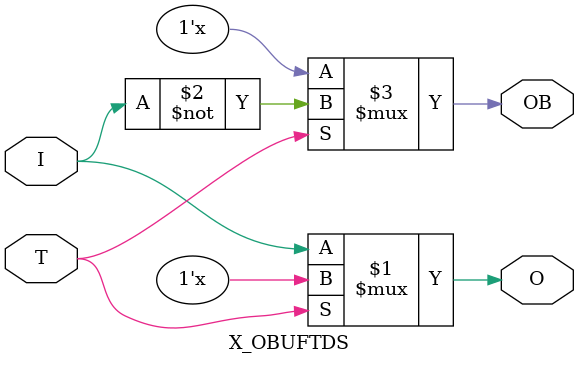
<source format=v>

`celldefine
`timescale 1 ps/1 ps

module X_OBUFTDS (O, OB, I, T);
    
    parameter CAPACITANCE = "DONT_CARE";
    parameter IOSTANDARD = "DEFAULT";
    parameter LOC = "UNPLACED";
    output O, OB;

    input  I, T;

    bufif0 B1 (O, I, T);
    notif0 N1 (OB, I, T);

endmodule

</source>
